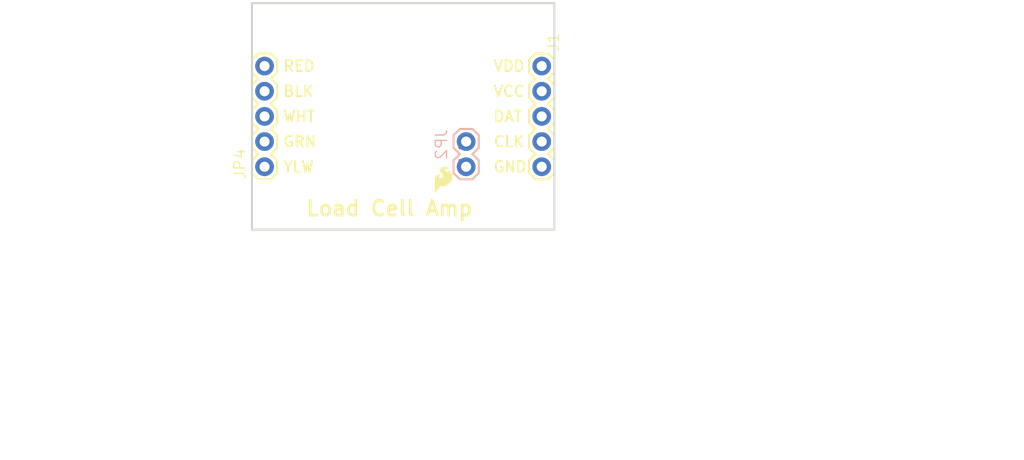
<source format=kicad_pcb>
(kicad_pcb (version 20211014) (generator pcbnew)
  (layers (0 "F.Cu" signal) (31 "B.Cu" signal) (34 "B.Paste" user) (35 "F.Paste" user) (36 "B.SilkS" user "B.Silkscreen") (37 "F.SilkS" user "F.Silkscreen") (38 "B.Mask" user) (39 "F.Mask" user) (44 "Edge.Cuts" user))
  (net 0 "")
  (net 1 "GND")
  (net 2 "VCC")
  (net 3 "DAT")
  (net 4 "SCK")
  (net 5 "A-")
  (net 6 "A+")
  (net 7 "B+")
  (net 8 "B-")
  (net 9 "VDD")
  (net 10 "AVDD")
  (footprint "SparkFun_HX711_Load_Cell:STAND-OFF" (layer "F.Cu") (at 161.2011 96.1136)
    (fp_text reference "STANDOFF4" hide)
    (fp_text value "STAND-OFF" hide)
    (pad "" np_thru_hole circle (at 0 0) (size 3.302 3.302) (drill 3.302) (layers *.Cu *.Mask))
  )
  (footprint "SparkFun_HX711_Load_Cell:STAND-OFF" (layer "F.Cu") (at 161.2011 113.8936)
    (fp_text reference "STANDOFF2" hide)
    (fp_text value "STAND-OFF" hide)
    (pad "" np_thru_hole circle (at 0 0) (size 3.302 3.302) (drill 3.302) (layers *.Cu *.Mask))
  )
  (footprint "SparkFun_HX711_Load_Cell:REVISION" (layer "F.Cu") (at 140.2461 139.2936)
    (fp_text reference "U$1" hide)
    (fp_text value "REVISION" hide)
  )
  (footprint "SparkFun_HX711_Load_Cell:1X05" (layer "F.Cu") (at 162.4711 99.9236 -90)
    (fp_text reference "J1" (at -1.3462 -1.8288 -90) (layer "F.SilkS") (effects (font (size 1.143 1.143) (thickness 0.127)) (justify left bottom)))
    (fp_text value "")
    (fp_line (start 6.35 0.635) (end 5.715 1.27) (layer "F.SilkS") (width 0.2032))
    (fp_line (start 9.525 -1.27) (end 10.795 -1.27) (layer "F.SilkS") (width 0.2032))
    (fp_line (start 8.255 1.27) (end 6.985 1.27) (layer "F.SilkS") (width 0.2032))
    (fp_line (start 8.89 -0.635) (end 9.525 -1.27) (layer "F.SilkS") (width 0.2032))
    (fp_line (start 4.445 -1.27) (end 5.715 -1.27) (layer "F.SilkS") (width 0.2032))
    (fp_line (start 1.27 -0.635) (end 1.905 -1.27) (layer "F.SilkS") (width 0.2032))
    (fp_line (start 3.81 0.635) (end 3.175 1.27) (layer "F.SilkS") (width 0.2032))
    (fp_line (start -1.27 -0.635) (end -1.27 0.635) (layer "F.SilkS") (width 0.2032))
    (fp_line (start -0.635 -1.27) (end -1.27 -0.635) (layer "F.SilkS") (width 0.2032))
    (fp_line (start 11.43 0.635) (end 10.795 1.27) (layer "F.SilkS") (width 0.2032))
    (fp_line (start 8.255 -1.27) (end 8.89 -0.635) (layer "F.SilkS") (width 0.2032))
    (fp_line (start 11.43 -0.635) (end 11.43 0.635) (layer "F.SilkS") (width 0.2032))
    (fp_line (start 1.905 1.27) (end 1.27 0.635) (layer "F.SilkS") (width 0.2032))
    (fp_line (start 1.27 0.635) (end 0.635 1.27) (layer "F.SilkS") (width 0.2032))
    (fp_line (start 4.445 1.27) (end 3.81 0.635) (layer "F.SilkS") (width 0.2032))
    (fp_line (start 0.635 1.27) (end -0.635 1.27) (layer "F.SilkS") (width 0.2032))
    (fp_line (start 9.525 1.27) (end 8.89 0.635) (layer "F.SilkS") (width 0.2032))
    (fp_line (start 5.715 -1.27) (end 6.35 -0.635) (layer "F.SilkS") (width 0.2032))
    (fp_line (start -0.635 -1.27) (end 0.635 -1.27) (layer "F.SilkS") (width 0.2032))
    (fp_line (start 6.985 -1.27) (end 6.35 -0.635) (layer "F.SilkS") (width 0.2032))
    (fp_line (start 8.89 0.635) (end 8.255 1.27) (layer "F.SilkS") (width 0.2032))
    (fp_line (start 0.635 -1.27) (end 1.27 -0.635) (layer "F.SilkS") (width 0.2032))
    (fp_line (start -1.27 0.635) (end -0.635 1.27) (layer "F.SilkS") (width 0.2032))
    (fp_line (start 6.35 0.635) (end 6.985 1.27) (layer "F.SilkS") (width 0.2032))
    (fp_line (start 5.715 1.27) (end 4.445 1.27) (layer "F.SilkS") (width 0.2032))
    (fp_line (start 3.81 -0.635) (end 4.445 -1.27) (layer "F.SilkS") (width 0.2032))
    (fp_line (start 3.175 1.27) (end 1.905 1.27) (layer "F.SilkS") (width 0.2032))
    (fp_line (start 1.905 -1.27) (end 3.175 -1.27) (layer "F.SilkS") (width 0.2032))
    (fp_line (start 10.795 1.27) (end 9.525 1.27) (layer "F.SilkS") (width 0.2032))
    (fp_line (start 6.985 -1.27) (end 8.255 -1.27) (layer "F.SilkS") (width 0.2032))
    (fp_line (start 3.175 -1.27) (end 3.81 -0.635) (layer "F.SilkS") (width 0.2032))
    (fp_line (start 10.795 -1.27) (end 11.43 -0.635) (layer "F.SilkS") (width 0.2032))
    (pad "1" thru_hole circle (at 0 0) (size 1.8796 1.8796) (drill 1.016) (layers *.Cu *.Mask) (net 9 "VDD"))
    (pad "2" thru_hole circle (at 2.54 0) (size 1.8796 1.8796) (drill 1.016) (layers *.Cu *.Mask) (net 2 "VCC"))
    (pad "3" thru_hole circle (at 5.08 0) (size 1.8796 1.8796) (drill 1.016) (layers *.Cu *.Mask) (net 3 "DAT"))
    (pad "4" thru_hole circle (at 7.62 0) (size 1.8796 1.8796) (drill 1.016) (layers *.Cu *.Mask) (net 4 "SCK"))
    (pad "5" thru_hole circle (at 10.16 0) (size 1.8796 1.8796) (drill 1.016) (layers *.Cu *.Mask) (net 1 "GND"))
  )
  (footprint "SparkFun_HX711_Load_Cell:STAND-OFF" (layer "F.Cu") (at 135.8011 96.1136)
    (fp_text reference "STANDOFF3" hide)
    (fp_text value "STAND-OFF" hide)
    (pad "" np_thru_hole circle (at 0 0) (size 3.302 3.302) (drill 3.302) (layers *.Cu *.Mask))
  )
  (footprint "SparkFun_HX711_Load_Cell:STAND-OFF" (layer "F.Cu") (at 135.8011 113.8936)
    (fp_text reference "STANDOFF1" hide)
    (fp_text value "STAND-OFF" hide)
    (pad "" np_thru_hole circle (at 0 0) (size 3.302 3.302) (drill 3.302) (layers *.Cu *.Mask))
  )
  (footprint "SparkFun_HX711_Load_Cell:SFE_LOGO_FLAME_.1" (layer "F.Cu") (at 151.4221 113.0046)
    (fp_text reference "LOGO3" hide)
    (fp_text value "SFE_LOGO_FLAME.1_INCH" hide)
    (fp_poly (pts (xy 1.412844 -2.906175) (xy 1.560112 -2.832541) (xy 1.605026 -2.798855) (xy 1.681982 -2.7219) (xy 1.571006 -2.7219) (xy 1.551005 -2.7319) (xy 1.504689 -2.7319) (xy 1.468361 -2.722818) (xy 1.422477 -2.713641) (xy 1.39011 -2.697457) (xy 1.358081 -2.673436) (xy 1.343019 -2.650843) (xy 1.335288 -2.635381) (xy 1.3281 -2.613817) (xy 1.3281 -2.564689) (xy 1.335361 -2.535643) (xy 1.369607 -2.484275) (xy 1.425028 -2.428854) (xy 1.462016 -2.401113) (xy 1.489157 -2.383019) (xy 1.523301 -2.365947) (xy 1.594689 -2.3481) (xy 1.613817 -2.3481) (xy 1.629419 -2.353301) (xy 1.648687 -2.372569) (xy 1.654712 -2.384619) (xy 1.6619 -2.406183) (xy 1.6619 -2.558742) (xy 1.804838 -2.469406) (xy 1.890505 -2.373031) (xy 1.964662 -2.256498) (xy 2.016968 -2.099579) (xy 2.048309 -1.932428) (xy 2.037811 -1.753974) (xy 1.985628 -1.555678) (xy 1.881878 -1.368928) (xy 1.808618 -1.274737) (xy 1.726044 -1.192162) (xy 1.642524 -1.119083) (xy 1.536984 -1.055759) (xy 1.432127 -1.013816) (xy 1.318165 -0.982735) (xy 1.193153 -0.9619) (xy 1.003156 -0.9619) (xy 0.953397 -0.953607) (xy 0.863627 -0.899745) (xy 0.767974 -0.804092) (xy 0.647975 -0.664094) (xy 0.528159 -0.544277) (xy 0.478163 -0.484281) (xy 0.430255 -0.436373) (xy 0.400257 -0.386376) (xy 0.2819 -0.268018) (xy 0.2819 -1.732372) (xy 0.292559 -1.817641) (xy 0.314746 -1.895296) (xy 0.380852 -2.005474) (xy 0.436664 -2.050123) (xy 0.481171 -2.083503) (xy 0.539098 -2.106674) (xy 0.59313 -2.117481) (xy 0.656847 -2.1281) (xy 0.788994 -2.1281) (xy 0.884319 -2.080438) (xy 0.832569 -2.028687) (xy 0.784617 -2.004711) (xy 0.760581 -1.996699) (xy 0.713301 -1.949419) (xy 0.7081 -1.933817) (xy 0.7081 -1.906183) (xy 0.714532 -1.886888) (xy 0.729607 -1.864275) (xy 0.781412 -1.81247) (xy 0.820903 -1.796674) (xy 0.863772 -1.7881) (xy 0.935311 -1.7881) (xy 1.004357 -1.805361) (xy 1.053944 -1.83842) (xy 1.086004 -1.878495) (xy 1.1019 -1.926183) (xy 1.1019 -1.983091) (xy 1.077224 -2.048894) (xy 1.012268 -2.113851) (xy 0.931425 -2.204799) (xy 0.858661 -2.287958) (xy 0.804008 -2.386334) (xy 0.7819 -2.485818) (xy 0.7819 -2.576183) (xy 0.815289 -2.676349) (xy 0.871274 -2.765925) (xy 0.969046 -2.84197) (xy 1.087145 -2.906387) (xy 1.206565 -2.9281) (xy 1.314182 -2.9281)) (layer "F.SilkS") (width 0) (fill solid))
  )
  (footprint "SparkFun_HX711_Load_Cell:CREATIVE_COMMONS" (layer "F.Cu") (at 128.1811 135.4836)
    (fp_text reference "FRAME1" hide)
    (fp_text value "FRAME-LETTER" hide)
  )
  (footprint "SparkFun_HX711_Load_Cell:1X05" (layer "F.Cu") (at 134.5311 110.0836 90)
    (fp_text reference "JP4" (at -1.3462 -1.8288 90) (layer "F.SilkS") (effects (font (size 1.143 1.143) (thickness 0.127)) (justify left bottom)))
    (fp_text value "")
    (fp_line (start 0.635 -1.27) (end 1.27 -0.635) (layer "F.SilkS") (width 0.2032))
    (fp_line (start -0.635 -1.27) (end -1.27 -0.635) (layer "F.SilkS") (width 0.2032))
    (fp_line (start 11.43 0.635) (end 10.795 1.27) (layer "F.SilkS") (width 0.2032))
    (fp_line (start 3.81 -0.635) (end 4.445 -1.27) (layer "F.SilkS") (width 0.2032))
    (fp_line (start 3.175 -1.27) (end 3.81 -0.635) (layer "F.SilkS") (width 0.2032))
    (fp_line (start 10.795 1.27) (end 9.525 1.27) (layer "F.SilkS") (width 0.2032))
    (fp_line (start 9.525 1.27) (end 8.89 0.635) (layer "F.SilkS") (width 0.2032))
    (fp_line (start 8.89 0.635) (end 8.255 1.27) (layer "F.SilkS") (width 0.2032))
    (fp_line (start 6.985 -1.27) (end 8.255 -1.27) (layer "F.SilkS") (width 0.2032))
    (fp_line (start 8.255 1.27) (end 6.985 1.27) (layer "F.SilkS") (width 0.2032))
    (fp_line (start 8.89 -0.635) (end 9.525 -1.27) (layer "F.SilkS") (width 0.2032))
    (fp_line (start 11.43 -0.635) (end 11.43 0.635) (layer "F.SilkS") (width 0.2032))
    (fp_line (start -0.635 -1.27) (end 0.635 -1.27) (layer "F.SilkS") (width 0.2032))
    (fp_line (start 4.445 -1.27) (end 5.715 -1.27) (layer "F.SilkS") (width 0.2032))
    (fp_line (start 1.905 1.27) (end 1.27 0.635) (layer "F.SilkS") (width 0.2032))
    (fp_line (start 1.27 -0.635) (end 1.905 -1.27) (layer "F.SilkS") (width 0.2032))
    (fp_line (start 6.35 0.635) (end 5.715 1.27) (layer "F.SilkS") (width 0.2032))
    (fp_line (start 5.715 -1.27) (end 6.35 -0.635) (layer "F.SilkS") (width 0.2032))
    (fp_line (start 0.635 1.27) (end -0.635 1.27) (layer "F.SilkS") (width 0.2032))
    (fp_line (start 1.27 0.635) (end 0.635 1.27) (layer "F.SilkS") (width 0.2032))
    (fp_line (start 4.445 1.27) (end 3.81 0.635) (layer "F.SilkS") (width 0.2032))
    (fp_line (start 10.795 -1.27) (end 11.43 -0.635) (layer "F.SilkS") (width 0.2032))
    (fp_line (start 1.905 -1.27) (end 3.175 -1.27) (layer "F.SilkS") (width 0.2032))
    (fp_line (start 6.985 -1.27) (end 6.35 -0.635) (layer "F.SilkS") (width 0.2032))
    (fp_line (start 6.35 0.635) (end 6.985 1.27) (layer "F.SilkS") (width 0.2032))
    (fp_line (start -1.27 0.635) (end -0.635 1.27) (layer "F.SilkS") (width 0.2032))
    (fp_line (start 3.81 0.635) (end 3.175 1.27) (layer "F.SilkS") (width 0.2032))
    (fp_line (start 3.175 1.27) (end 1.905 1.27) (layer "F.SilkS") (width 0.2032))
    (fp_line (start -1.27 -0.635) (end -1.27 0.635) (layer "F.SilkS") (width 0.2032))
    (fp_line (start 5.715 1.27) (end 4.445 1.27) (layer "F.SilkS") (width 0.2032))
    (fp_line (start 9.525 -1.27) (end 10.795 -1.27) (layer "F.SilkS") (width 0.2032))
    (fp_line (start 8.255 -1.27) (end 8.89 -0.635) (layer "F.SilkS") (width 0.2032))
    (pad "1" thru_hole circle (at 0 0 180) (size 1.8796 1.8796) (drill 1.016) (layers *.Cu *.Mask) (net 1 "GND"))
    (pad "2" thru_hole circle (at 2.54 0 180) (size 1.8796 1.8796) (drill 1.016) (layers *.Cu *.Mask) (net 6 "A+"))
    (pad "3" thru_hole circle (at 5.08 0 180) (size 1.8796 1.8796) (drill 1.016) (layers *.Cu *.Mask) (net 5 "A-"))
    (pad "4" thru_hole circle (at 7.62 0 180) (size 1.8796 1.8796) (drill 1.016) (layers *.Cu *.Mask) (net 1 "GND"))
    (pad "5" thru_hole circle (at 10.16 0 180) (size 1.8796 1.8796) (drill 1.016) (layers *.Cu *.Mask) (net 10 "AVDD"))
  )
  (footprint "SparkFun_HX711_Load_Cell:1X02" (layer "B.Cu") (at 154.8511 107.5436 -90)
    (fp_text reference "JP2" (at -1.3462 1.8288 90) (layer "B.SilkS") (effects (font (size 1.143 1.143) (thickness 0.127)) (justify left bottom mirror)))
    (fp_text value "")
    (fp_line (start -0.635 1.27) (end 0.635 1.27) (layer "B.SilkS") (width 0.2032))
    (fp_line (start 3.81 -0.635) (end 3.175 -1.27) (layer "B.SilkS") (width 0.2032))
    (fp_line (start 1.27 -0.635) (end 0.635 -1.27) (layer "B.SilkS") (width 0.2032))
    (fp_line (start 0.635 1.27) (end 1.27 0.635) (layer "B.SilkS") (width 0.2032))
    (fp_line (start -1.27 0.635) (end -1.27 -0.635) (layer "B.SilkS") (width 0.2032))
    (fp_line (start 1.27 0.635) (end 1.905 1.27) (layer "B.SilkS") (width 0.2032))
    (fp_line (start -0.635 1.27) (end -1.27 0.635) (layer "B.SilkS") (width 0.2032))
    (fp_line (start 1.905 -1.27) (end 1.27 -0.635) (layer "B.SilkS") (width 0.2032))
    (fp_line (start 3.175 1.27) (end 3.81 0.635) (layer "B.SilkS") (width 0.2032))
    (fp_line (start 0.635 -1.27) (end -0.635 -1.27) (layer "B.SilkS") (width 0.2032))
    (fp_line (start 3.175 -1.27) (end 1.905 -1.27) (layer "B.SilkS") (width 0.2032))
    (fp_line (start 1.905 1.27) (end 3.175 1.27) (layer "B.SilkS") (width 0.2032))
    (fp_line (start 3.81 0.635) (end 3.81 -0.635) (layer "B.SilkS") (width 0.2032))
    (fp_line (start -1.27 -0.635) (end -0.635 -1.27) (layer "B.SilkS") (width 0.2032))
    (pad "1" thru_hole circle (at 0 0 180) (size 1.8796 1.8796) (drill 1.016) (layers *.Cu *.Mask) (net 7 "B+"))
    (pad "2" thru_hole circle (at 2.54 0 180) (size 1.8796 1.8796) (drill 1.016) (layers *.Cu *.Mask) (net 8 "B-"))
  )
  (gr_line (start 133.2611 116.4336) (end 133.2611 93.5736) (layer "Edge.Cuts") (width 0.2032))
  (gr_line (start 133.2611 93.5736) (end 163.7411 93.5736) (layer "Edge.Cuts") (width 0.2032))
  (gr_line (start 163.7411 116.4336) (end 133.2611 116.4336) (layer "Edge.Cuts") (width 0.2032))
  (gr_line (start 163.7411 93.5736) (end 163.7411 116.4336) (layer "Edge.Cuts") (width 0.2032))
  (gr_text "YLW" (at 136.3091 110.7186) (layer "F.SilkS") (effects (font (size 1.0795 1.0795) (thickness 0.1905)) (justify left bottom)))
  (gr_text "GRN" (at 136.3091 108.1786) (layer "F.SilkS") (effects (font (size 1.0795 1.0795) (thickness 0.1905)) (justify left bottom)))
  (gr_text "VCC" (at 157.5181 103.0986) (layer "F.SilkS") (effects (font (size 1.0795 1.0795) (thickness 0.1905)) (justify left bottom)))
  (gr_text "GND" (at 157.5181 110.7186) (layer "F.SilkS") (effects (font (size 1.0795 1.0795) (thickness 0.1905)) (justify left bottom)))
  (gr_text "WHT" (at 136.3091 105.6386) (layer "F.SilkS") (effects (font (size 1.0795 1.0795) (thickness 0.1905)) (justify left bottom)))
  (gr_text "Load Cell Amp" (at 138.5951 115.1636) (layer "F.SilkS") (effects (font (size 1.5113 1.5113) (thickness 0.2667)) (justify left bottom)))
  (gr_text "CLK" (at 157.5181 108.1786) (layer "F.SilkS") (effects (font (size 1.0795 1.0795) (thickness 0.1905)) (justify left bottom)))
  (gr_text "VDD" (at 157.5181 100.5586) (layer "F.SilkS") (effects (font (size 1.0795 1.0795) (thickness 0.1905)) (justify left bottom)))
  (gr_text "RED" (at 136.3091 100.5586) (layer "F.SilkS") (effects (font (size 1.0795 1.0795) (thickness 0.1905)) (justify left bottom)))
  (gr_text "BLK" (at 136.3091 103.0986) (layer "F.SilkS") (effects (font (size 1.0795 1.0795) (thickness 0.1905)) (justify left bottom)))
  (gr_text "DAT" (at 157.5181 105.6386) (layer "F.SilkS") (effects (font (size 1.0795 1.0795) (thickness 0.1905)) (justify left bottom)))
  (segment (start 154.2161 108.1786) (end 154.8511 107.5436) (width 0.254) (layer "F.Cu") (net 7))
  (segment (start 154.2161 109.4486) (end 154.8511 110.0836) (width 0.254) (layer "F.Cu") (net 8))
)
</source>
